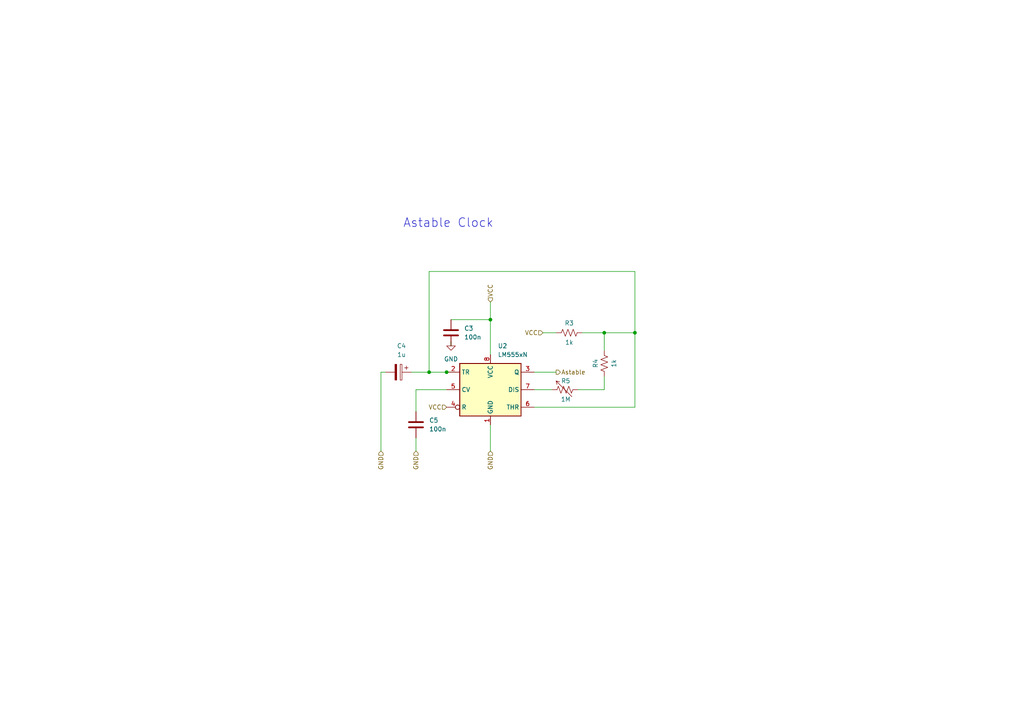
<source format=kicad_sch>
(kicad_sch (version 20250114) (generator "eeschema") (generator_version "9.0")
  (paper "A4")
  (title_block (title "Astable Clock") (date "2025-11-16") (rev "1.0") (company "Marco Vettigli"))
  (lib_symbols
    (symbol "Device:C" (pin_numbers (hide yes)) (pin_names (offset 0.254))
      (property "Reference" "C" (at 0.635 2.54 0))
      (property "Value" "C" (at 0.635 -2.54 0))
      (symbol "C_0_1"
        (polyline (pts (xy -2.032 0.762) (xy 2.032 0.762)) (stroke (width 0.508)))
        (polyline (pts (xy -2.032 -0.762) (xy 2.032 -0.762)) (stroke (width 0.508)))
      )
      (symbol "C_1_1"
        (pin passive line (at 0 3.81 270) (length 2.794) (name "~") (number "1"))
        (pin passive line (at 0 -3.81 90) (length 2.794) (name "~") (number "2"))
      )
    )
    (symbol "Device:C_Polarized" (pin_numbers (hide yes)) (pin_names (offset 0.254))
      (property "Reference" "C" (at 0.635 2.54 0))
      (property "Value" "C_Polarized" (at 0.635 -2.54 0))
      (symbol "C_Polarized_0_1"
        (rectangle (start -2.286 0.508) (end 2.286 1.016))
        (polyline (pts (xy -1.778 2.286) (xy -0.762 2.286)))
        (polyline (pts (xy -1.27 2.794) (xy -1.27 1.778)))
        (rectangle (start 2.286 -0.508) (end -2.286 -1.016) (fill (type outline)))
      )
      (symbol "C_Polarized_1_1"
        (pin passive line (at 0 3.81 270) (length 2.794) (name "~") (number "1"))
        (pin passive line (at 0 -3.81 90) (length 2.794) (name "~") (number "2"))
      )
    )
    (symbol "Device:R_US" (pin_numbers (hide yes)) (pin_names (offset 0))
      (property "Reference" "R" (at 2.54 0 90))
      (property "Value" "R_US" (at -2.54 0 90))
      (symbol "R_US_0_1"
        (polyline (pts (xy 0 2.286) (xy 0 2.54)))
        (polyline (pts (xy 0 2.286) (xy 1.016 1.905) (xy 0 1.524) (xy -1.016 1.143) (xy 0 0.762)))
        (polyline (pts (xy 0 0.762) (xy 1.016 0.381) (xy 0 0) (xy -1.016 -0.381) (xy 0 -0.762)))
        (polyline (pts (xy 0 -0.762) (xy 1.016 -1.143) (xy 0 -1.524) (xy -1.016 -1.905) (xy 0 -2.286)))
        (polyline (pts (xy 0 -2.286) (xy 0 -2.54)))
      )
      (symbol "R_US_1_1"
        (pin passive line (at 0 3.81 270) (length 1.27) (name "~") (number "1"))
        (pin passive line (at 0 -3.81 90) (length 1.27) (name "~") (number "2"))
      )
    )
    (symbol "Device:R_Variable_US" (pin_numbers (hide yes)) (pin_names (offset 0))
      (property "Reference" "R" (at 2.54 -2.54 90))
      (property "Value" "R_Variable_US" (at -2.54 -1.27 90))
      (symbol "R_Variable_US_0_1"
        (polyline (pts (xy 0 2.286) (xy 0 2.54)))
        (polyline (pts (xy 0 2.286) (xy 1.016 1.905) (xy 0 1.524) (xy -1.016 1.143) (xy 0 0.762)) (stroke (width 0.1524)))
        (polyline (pts (xy 0 0.762) (xy 1.016 0.381) (xy 0 0) (xy -1.016 -0.381) (xy 0 -0.762)))
        (polyline (pts (xy 0 -0.762) (xy 1.016 -1.143) (xy 0 -1.524) (xy -1.016 -1.905) (xy 0 -2.286)))
        (polyline (pts (xy 0 -2.286) (xy 0 -2.54)))
        (polyline (pts (xy 2.286 1.524) (xy 2.54 2.54) (xy 1.524 2.286) (xy 2.54 2.54) (xy -2.032 -2.032)) (stroke (width 0.1524)))
      )
      (symbol "R_Variable_US_1_1"
        (pin passive line (at 0 3.81 270) (length 1.27) (name "~") (number "1"))
        (pin passive line (at 0 -3.81 90) (length 1.27) (name "~") (number "2"))
      )
    )
    (symbol "Timer:LM555xN"
      (property "Reference" "U" (at -10.16 8.89 0))
      (property "Value" "LM555xN" (at 2.54 8.89 0))
      (symbol "LM555xN_0_0"
        (pin power_in line (at 0 10.16 270) (length 2.54) (name "VCC") (number "8"))
        (pin power_in line (at 0 -10.16 90) (length 2.54) (name "GND") (number "1"))
      )
      (symbol "LM555xN_0_1"
        (rectangle (start -8.89 -7.62) (end 8.89 7.62) (stroke (width 0.254)) (fill (type background)))
        (rectangle (start -8.89 -7.62) (end 8.89 7.62) (stroke (width 0.254)) (fill (type background)))
      )
      (symbol "LM555xN_1_1"
        (pin input line (at -12.7 5.08 0) (length 3.81) (name "TR") (number "2"))
        (pin input line (at -12.7 0 0) (length 3.81) (name "CV") (number "5"))
        (pin input inverted (at -12.7 -5.08 0) (length 3.81) (name "R") (number "4"))
        (pin output line (at 12.7 5.08 180) (length 3.81) (name "Q") (number "3"))
        (pin input line (at 12.7 0 180) (length 3.81) (name "DIS") (number "7"))
        (pin input line (at 12.7 -5.08 180) (length 3.81) (name "THR") (number "6"))
      )
    )
    (symbol "power:GND" (power) (pin_numbers (hide yes)) (pin_names (offset 0) (hide yes))
      (property "Value" "GND" (at 0 -3.81 0))
      (symbol "GND_0_1"
        (polyline (pts (xy 0 0) (xy 0 -1.27) (xy 1.27 -1.27) (xy 0 -2.54) (xy -1.27 -1.27) (xy 0 -1.27)))
      )
      (symbol "GND_1_1"
        (pin power_in line (at 0 0 270) (length 0) (name "~") (number "1"))
      )
    )
  )
  (text "Astable Clock" (at 130.048 64.77 0) (effects (font (size 2.54 2.54))))
  (junction (at 184.15 96.52))
  (junction (at 175.26 96.52))
  (junction (at 129.54 107.95))
  (junction (at 124.46 107.95))
  (junction (at 142.24 92.71))
  (wire (pts (xy 124.46 107.95) (xy 124.46 78.74)))
  (wire (pts (xy 130.81 99.06) (xy 130.81 100.33)))
  (wire (pts (xy 142.24 92.71) (xy 142.24 102.87)))
  (wire (pts (xy 167.64 113.03) (xy 175.26 113.03)))
  (wire (pts (xy 154.94 118.11) (xy 184.15 118.11)))
  (wire (pts (xy 154.94 107.95) (xy 161.29 107.95)))
  (wire (pts (xy 120.65 113.03) (xy 120.65 119.38)))
  (wire (pts (xy 110.49 107.95) (xy 110.49 130.81)))
  (wire (pts (xy 111.76 107.95) (xy 110.49 107.95)))
  (wire (pts (xy 175.26 109.22) (xy 175.26 113.03)))
  (wire (pts (xy 168.91 96.52) (xy 175.26 96.52)))
  (wire (pts (xy 154.94 113.03) (xy 160.02 113.03)))
  (wire (pts (xy 142.24 123.19) (xy 142.24 130.81)))
  (wire (pts (xy 184.15 96.52) (xy 184.15 118.11)))
  (wire (pts (xy 184.15 78.74) (xy 184.15 96.52)))
  (wire (pts (xy 130.81 92.71) (xy 142.24 92.71)))
  (wire (pts (xy 124.46 107.95) (xy 129.54 107.95)))
  (wire (pts (xy 119.38 107.95) (xy 124.46 107.95)))
  (wire (pts (xy 142.24 87.63) (xy 142.24 92.71)))
  (wire (pts (xy 120.65 127) (xy 120.65 130.81)))
  (wire (pts (xy 175.26 96.52) (xy 175.26 101.6)))
  (wire (pts (xy 175.26 96.52) (xy 184.15 96.52)))
  (wire (pts (xy 124.46 78.74) (xy 184.15 78.74)))
  (wire (pts (xy 157.48 96.52) (xy 161.29 96.52)))
  (wire (pts (xy 129.54 113.03) (xy 120.65 113.03)))
  (wire (pts (xy 132.08 107.95) (xy 129.54 107.95)))
  (hierarchical_label "GND" (shape input) (at 120.65 130.81 270))
  (hierarchical_label "VCC" (shape input) (at 157.48 96.52 180))
  (hierarchical_label "Astable" (shape output) (at 161.29 107.95 0))
  (hierarchical_label "VCC" (shape input) (at 142.24 87.63 90))
  (hierarchical_label "VCC" (shape input) (at 129.54 118.11 180))
  (hierarchical_label "GND" (shape input) (at 142.24 130.81 270))
  (hierarchical_label "GND" (shape input) (at 110.49 130.81 270))
  (symbol (lib_id "Device:C_Polarized") (at 115.57 107.95 270) (unit 1)
    (property "Reference" "C4" (at 116.459 100.33 90))
    (property "Value" "1u" (at 116.459 102.87 90))
    (property "Footprint" "Capacitor_THT:CP_Radial_D5.0mm_P2.50mm" (effects (hide yes)))
    (property "Description" "Polarized capacitor" (effects (hide yes)))
  )
  (symbol (lib_id "Device:C") (at 120.65 123.19 0) (unit 1)
    (property "Reference" "C5" (at 124.46 121.9199 0) (effects (justify left)))
    (property "Value" "100n" (at 124.46 124.4599 0) (effects (justify left)))
    (property "Footprint" "Capacitor_THT:C_Disc_D3.0mm_W1.6mm_P2.50mm" (effects (hide yes)))
    (property "Description" "Unpolarized capacitor" (effects (hide yes)))
  )
  (symbol (lib_id "Device:C") (at 130.81 96.52 0) (unit 1)
    (property "Reference" "C3" (at 134.62 95.2499 0) (effects (justify left)))
    (property "Value" "100n" (at 134.62 97.7899 0) (effects (justify left)))
    (property "Footprint" "Capacitor_THT:C_Disc_D3.0mm_W1.6mm_P2.50mm" (effects (hide yes)))
    (property "Description" "Unpolarized capacitor" (effects (hide yes)))
  )
  (symbol (lib_id "Device:R_US") (at 165.1 96.52 90) (unit 1)
    (property "Reference" "R3" (at 165.1 93.726 90))
    (property "Value" "1k" (at 165.1 99.314 90))
    (property "Footprint" "Resistor_THT:R_Axial_DIN0207_L6.3mm_D2.5mm_P10.16mm_Horizontal" (effects (hide yes)))
    (property "Description" "Resistor, US symbol" (effects (hide yes)))
  )
  (symbol (lib_id "power:GND") (at 130.81 99.06 0) (unit 1)
    (property "Reference" "#PWR01" (effects (hide yes)))
    (property "Value" "GND" (at 130.81 104.14 0))
    (property "Description" "Power symbol creates a global label with name \"GND\" , ground" (effects (hide yes)))
  )
  (symbol (lib_id "Device:R_Variable_US") (at 163.83 113.03 90) (unit 1)
    (property "Reference" "R5" (at 164.084 110.49 90))
    (property "Value" "1M" (at 164.084 115.824 90))
    (property "Footprint" "Potentiometer_THT:Potentiometer_Alps_RK09K_Single_Horizontal" (effects (hide yes)))
    (property "Description" "Variable resistor, US symbol" (effects (hide yes)))
  )
  (symbol (lib_id "Timer:LM555xN") (at 142.24 113.03 0) (unit 1)
    (property "Reference" "U2" (at 144.3833 100.33 0) (effects (justify left)))
    (property "Value" "LM555xN" (at 144.3833 102.87 0) (effects (justify left)))
    (property "Footprint" "Package_DIP:DIP-8_W7.62mm" (effects (hide yes)))
    (property "Datasheet" "http://www.ti.com/lit/ds/symlink/lm555.pdf" (effects (hide yes)))
    (property "Description" "Timer, 555 compatible, PDIP-8" (effects (hide yes)))
  )
  (symbol (lib_id "Device:R_US") (at 175.26 105.41 180) (unit 1)
    (property "Reference" "R4" (at 172.72 105.41 90))
    (property "Value" "1k" (at 178.054 105.41 90))
    (property "Footprint" "Resistor_THT:R_Axial_DIN0207_L6.3mm_D2.5mm_P10.16mm_Horizontal" (effects (hide yes)))
    (property "Description" "Resistor, US symbol" (effects (hide yes)))
  )
)
</source>
